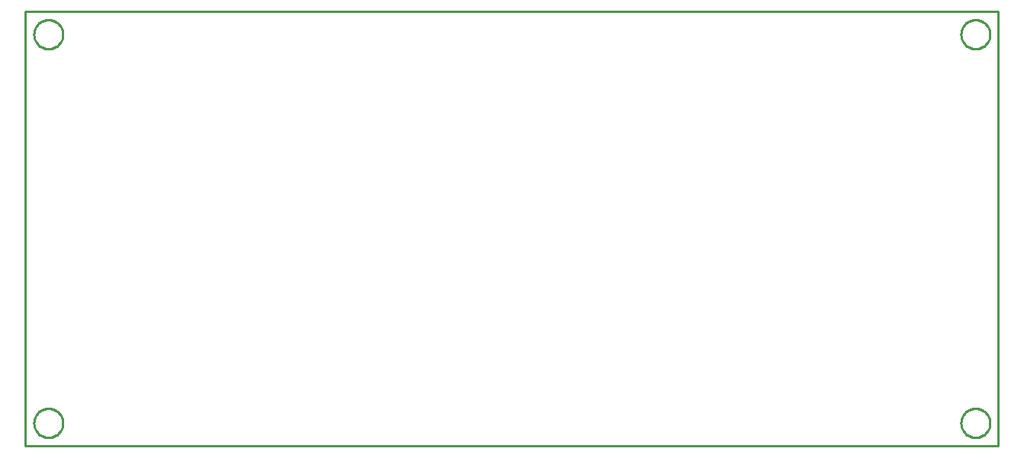
<source format=gko>
G04 EAGLE Gerber RS-274X export*
G75*
%MOMM*%
%FSLAX34Y34*%
%LPD*%
%INBoard Outline*%
%IPPOS*%
%AMOC8*
5,1,8,0,0,1.08239X$1,22.5*%
G01*
%ADD10C,0.000000*%
%ADD11C,0.254000*%


D10*
X0Y0D02*
X1079500Y0D01*
X1079500Y482600D01*
X0Y482600D01*
X0Y0D01*
X9334Y25400D02*
X9339Y25794D01*
X9353Y26188D01*
X9378Y26582D01*
X9411Y26975D01*
X9455Y27367D01*
X9508Y27757D01*
X9571Y28147D01*
X9643Y28534D01*
X9724Y28920D01*
X9815Y29304D01*
X9916Y29685D01*
X10026Y30064D01*
X10145Y30440D01*
X10273Y30812D01*
X10411Y31182D01*
X10557Y31548D01*
X10712Y31911D01*
X10877Y32269D01*
X11049Y32623D01*
X11231Y32973D01*
X11421Y33319D01*
X11620Y33660D01*
X11827Y33995D01*
X12042Y34326D01*
X12265Y34651D01*
X12496Y34971D01*
X12734Y35284D01*
X12981Y35592D01*
X13235Y35894D01*
X13496Y36189D01*
X13764Y36478D01*
X14040Y36760D01*
X14322Y37036D01*
X14611Y37304D01*
X14906Y37565D01*
X15208Y37819D01*
X15516Y38066D01*
X15829Y38304D01*
X16149Y38535D01*
X16474Y38758D01*
X16805Y38973D01*
X17140Y39180D01*
X17481Y39379D01*
X17827Y39569D01*
X18177Y39751D01*
X18531Y39923D01*
X18889Y40088D01*
X19252Y40243D01*
X19618Y40389D01*
X19988Y40527D01*
X20360Y40655D01*
X20736Y40774D01*
X21115Y40884D01*
X21496Y40985D01*
X21880Y41076D01*
X22266Y41157D01*
X22653Y41229D01*
X23043Y41292D01*
X23433Y41345D01*
X23825Y41389D01*
X24218Y41422D01*
X24612Y41447D01*
X25006Y41461D01*
X25400Y41466D01*
X25794Y41461D01*
X26188Y41447D01*
X26582Y41422D01*
X26975Y41389D01*
X27367Y41345D01*
X27757Y41292D01*
X28147Y41229D01*
X28534Y41157D01*
X28920Y41076D01*
X29304Y40985D01*
X29685Y40884D01*
X30064Y40774D01*
X30440Y40655D01*
X30812Y40527D01*
X31182Y40389D01*
X31548Y40243D01*
X31911Y40088D01*
X32269Y39923D01*
X32623Y39751D01*
X32973Y39569D01*
X33319Y39379D01*
X33660Y39180D01*
X33995Y38973D01*
X34326Y38758D01*
X34651Y38535D01*
X34971Y38304D01*
X35284Y38066D01*
X35592Y37819D01*
X35894Y37565D01*
X36189Y37304D01*
X36478Y37036D01*
X36760Y36760D01*
X37036Y36478D01*
X37304Y36189D01*
X37565Y35894D01*
X37819Y35592D01*
X38066Y35284D01*
X38304Y34971D01*
X38535Y34651D01*
X38758Y34326D01*
X38973Y33995D01*
X39180Y33660D01*
X39379Y33319D01*
X39569Y32973D01*
X39751Y32623D01*
X39923Y32269D01*
X40088Y31911D01*
X40243Y31548D01*
X40389Y31182D01*
X40527Y30812D01*
X40655Y30440D01*
X40774Y30064D01*
X40884Y29685D01*
X40985Y29304D01*
X41076Y28920D01*
X41157Y28534D01*
X41229Y28147D01*
X41292Y27757D01*
X41345Y27367D01*
X41389Y26975D01*
X41422Y26582D01*
X41447Y26188D01*
X41461Y25794D01*
X41466Y25400D01*
X41461Y25006D01*
X41447Y24612D01*
X41422Y24218D01*
X41389Y23825D01*
X41345Y23433D01*
X41292Y23043D01*
X41229Y22653D01*
X41157Y22266D01*
X41076Y21880D01*
X40985Y21496D01*
X40884Y21115D01*
X40774Y20736D01*
X40655Y20360D01*
X40527Y19988D01*
X40389Y19618D01*
X40243Y19252D01*
X40088Y18889D01*
X39923Y18531D01*
X39751Y18177D01*
X39569Y17827D01*
X39379Y17481D01*
X39180Y17140D01*
X38973Y16805D01*
X38758Y16474D01*
X38535Y16149D01*
X38304Y15829D01*
X38066Y15516D01*
X37819Y15208D01*
X37565Y14906D01*
X37304Y14611D01*
X37036Y14322D01*
X36760Y14040D01*
X36478Y13764D01*
X36189Y13496D01*
X35894Y13235D01*
X35592Y12981D01*
X35284Y12734D01*
X34971Y12496D01*
X34651Y12265D01*
X34326Y12042D01*
X33995Y11827D01*
X33660Y11620D01*
X33319Y11421D01*
X32973Y11231D01*
X32623Y11049D01*
X32269Y10877D01*
X31911Y10712D01*
X31548Y10557D01*
X31182Y10411D01*
X30812Y10273D01*
X30440Y10145D01*
X30064Y10026D01*
X29685Y9916D01*
X29304Y9815D01*
X28920Y9724D01*
X28534Y9643D01*
X28147Y9571D01*
X27757Y9508D01*
X27367Y9455D01*
X26975Y9411D01*
X26582Y9378D01*
X26188Y9353D01*
X25794Y9339D01*
X25400Y9334D01*
X25006Y9339D01*
X24612Y9353D01*
X24218Y9378D01*
X23825Y9411D01*
X23433Y9455D01*
X23043Y9508D01*
X22653Y9571D01*
X22266Y9643D01*
X21880Y9724D01*
X21496Y9815D01*
X21115Y9916D01*
X20736Y10026D01*
X20360Y10145D01*
X19988Y10273D01*
X19618Y10411D01*
X19252Y10557D01*
X18889Y10712D01*
X18531Y10877D01*
X18177Y11049D01*
X17827Y11231D01*
X17481Y11421D01*
X17140Y11620D01*
X16805Y11827D01*
X16474Y12042D01*
X16149Y12265D01*
X15829Y12496D01*
X15516Y12734D01*
X15208Y12981D01*
X14906Y13235D01*
X14611Y13496D01*
X14322Y13764D01*
X14040Y14040D01*
X13764Y14322D01*
X13496Y14611D01*
X13235Y14906D01*
X12981Y15208D01*
X12734Y15516D01*
X12496Y15829D01*
X12265Y16149D01*
X12042Y16474D01*
X11827Y16805D01*
X11620Y17140D01*
X11421Y17481D01*
X11231Y17827D01*
X11049Y18177D01*
X10877Y18531D01*
X10712Y18889D01*
X10557Y19252D01*
X10411Y19618D01*
X10273Y19988D01*
X10145Y20360D01*
X10026Y20736D01*
X9916Y21115D01*
X9815Y21496D01*
X9724Y21880D01*
X9643Y22266D01*
X9571Y22653D01*
X9508Y23043D01*
X9455Y23433D01*
X9411Y23825D01*
X9378Y24218D01*
X9353Y24612D01*
X9339Y25006D01*
X9334Y25400D01*
X9334Y457200D02*
X9339Y457594D01*
X9353Y457988D01*
X9378Y458382D01*
X9411Y458775D01*
X9455Y459167D01*
X9508Y459557D01*
X9571Y459947D01*
X9643Y460334D01*
X9724Y460720D01*
X9815Y461104D01*
X9916Y461485D01*
X10026Y461864D01*
X10145Y462240D01*
X10273Y462612D01*
X10411Y462982D01*
X10557Y463348D01*
X10712Y463711D01*
X10877Y464069D01*
X11049Y464423D01*
X11231Y464773D01*
X11421Y465119D01*
X11620Y465460D01*
X11827Y465795D01*
X12042Y466126D01*
X12265Y466451D01*
X12496Y466771D01*
X12734Y467084D01*
X12981Y467392D01*
X13235Y467694D01*
X13496Y467989D01*
X13764Y468278D01*
X14040Y468560D01*
X14322Y468836D01*
X14611Y469104D01*
X14906Y469365D01*
X15208Y469619D01*
X15516Y469866D01*
X15829Y470104D01*
X16149Y470335D01*
X16474Y470558D01*
X16805Y470773D01*
X17140Y470980D01*
X17481Y471179D01*
X17827Y471369D01*
X18177Y471551D01*
X18531Y471723D01*
X18889Y471888D01*
X19252Y472043D01*
X19618Y472189D01*
X19988Y472327D01*
X20360Y472455D01*
X20736Y472574D01*
X21115Y472684D01*
X21496Y472785D01*
X21880Y472876D01*
X22266Y472957D01*
X22653Y473029D01*
X23043Y473092D01*
X23433Y473145D01*
X23825Y473189D01*
X24218Y473222D01*
X24612Y473247D01*
X25006Y473261D01*
X25400Y473266D01*
X25794Y473261D01*
X26188Y473247D01*
X26582Y473222D01*
X26975Y473189D01*
X27367Y473145D01*
X27757Y473092D01*
X28147Y473029D01*
X28534Y472957D01*
X28920Y472876D01*
X29304Y472785D01*
X29685Y472684D01*
X30064Y472574D01*
X30440Y472455D01*
X30812Y472327D01*
X31182Y472189D01*
X31548Y472043D01*
X31911Y471888D01*
X32269Y471723D01*
X32623Y471551D01*
X32973Y471369D01*
X33319Y471179D01*
X33660Y470980D01*
X33995Y470773D01*
X34326Y470558D01*
X34651Y470335D01*
X34971Y470104D01*
X35284Y469866D01*
X35592Y469619D01*
X35894Y469365D01*
X36189Y469104D01*
X36478Y468836D01*
X36760Y468560D01*
X37036Y468278D01*
X37304Y467989D01*
X37565Y467694D01*
X37819Y467392D01*
X38066Y467084D01*
X38304Y466771D01*
X38535Y466451D01*
X38758Y466126D01*
X38973Y465795D01*
X39180Y465460D01*
X39379Y465119D01*
X39569Y464773D01*
X39751Y464423D01*
X39923Y464069D01*
X40088Y463711D01*
X40243Y463348D01*
X40389Y462982D01*
X40527Y462612D01*
X40655Y462240D01*
X40774Y461864D01*
X40884Y461485D01*
X40985Y461104D01*
X41076Y460720D01*
X41157Y460334D01*
X41229Y459947D01*
X41292Y459557D01*
X41345Y459167D01*
X41389Y458775D01*
X41422Y458382D01*
X41447Y457988D01*
X41461Y457594D01*
X41466Y457200D01*
X41461Y456806D01*
X41447Y456412D01*
X41422Y456018D01*
X41389Y455625D01*
X41345Y455233D01*
X41292Y454843D01*
X41229Y454453D01*
X41157Y454066D01*
X41076Y453680D01*
X40985Y453296D01*
X40884Y452915D01*
X40774Y452536D01*
X40655Y452160D01*
X40527Y451788D01*
X40389Y451418D01*
X40243Y451052D01*
X40088Y450689D01*
X39923Y450331D01*
X39751Y449977D01*
X39569Y449627D01*
X39379Y449281D01*
X39180Y448940D01*
X38973Y448605D01*
X38758Y448274D01*
X38535Y447949D01*
X38304Y447629D01*
X38066Y447316D01*
X37819Y447008D01*
X37565Y446706D01*
X37304Y446411D01*
X37036Y446122D01*
X36760Y445840D01*
X36478Y445564D01*
X36189Y445296D01*
X35894Y445035D01*
X35592Y444781D01*
X35284Y444534D01*
X34971Y444296D01*
X34651Y444065D01*
X34326Y443842D01*
X33995Y443627D01*
X33660Y443420D01*
X33319Y443221D01*
X32973Y443031D01*
X32623Y442849D01*
X32269Y442677D01*
X31911Y442512D01*
X31548Y442357D01*
X31182Y442211D01*
X30812Y442073D01*
X30440Y441945D01*
X30064Y441826D01*
X29685Y441716D01*
X29304Y441615D01*
X28920Y441524D01*
X28534Y441443D01*
X28147Y441371D01*
X27757Y441308D01*
X27367Y441255D01*
X26975Y441211D01*
X26582Y441178D01*
X26188Y441153D01*
X25794Y441139D01*
X25400Y441134D01*
X25006Y441139D01*
X24612Y441153D01*
X24218Y441178D01*
X23825Y441211D01*
X23433Y441255D01*
X23043Y441308D01*
X22653Y441371D01*
X22266Y441443D01*
X21880Y441524D01*
X21496Y441615D01*
X21115Y441716D01*
X20736Y441826D01*
X20360Y441945D01*
X19988Y442073D01*
X19618Y442211D01*
X19252Y442357D01*
X18889Y442512D01*
X18531Y442677D01*
X18177Y442849D01*
X17827Y443031D01*
X17481Y443221D01*
X17140Y443420D01*
X16805Y443627D01*
X16474Y443842D01*
X16149Y444065D01*
X15829Y444296D01*
X15516Y444534D01*
X15208Y444781D01*
X14906Y445035D01*
X14611Y445296D01*
X14322Y445564D01*
X14040Y445840D01*
X13764Y446122D01*
X13496Y446411D01*
X13235Y446706D01*
X12981Y447008D01*
X12734Y447316D01*
X12496Y447629D01*
X12265Y447949D01*
X12042Y448274D01*
X11827Y448605D01*
X11620Y448940D01*
X11421Y449281D01*
X11231Y449627D01*
X11049Y449977D01*
X10877Y450331D01*
X10712Y450689D01*
X10557Y451052D01*
X10411Y451418D01*
X10273Y451788D01*
X10145Y452160D01*
X10026Y452536D01*
X9916Y452915D01*
X9815Y453296D01*
X9724Y453680D01*
X9643Y454066D01*
X9571Y454453D01*
X9508Y454843D01*
X9455Y455233D01*
X9411Y455625D01*
X9378Y456018D01*
X9353Y456412D01*
X9339Y456806D01*
X9334Y457200D01*
X1038034Y457200D02*
X1038039Y457594D01*
X1038053Y457988D01*
X1038078Y458382D01*
X1038111Y458775D01*
X1038155Y459167D01*
X1038208Y459557D01*
X1038271Y459947D01*
X1038343Y460334D01*
X1038424Y460720D01*
X1038515Y461104D01*
X1038616Y461485D01*
X1038726Y461864D01*
X1038845Y462240D01*
X1038973Y462612D01*
X1039111Y462982D01*
X1039257Y463348D01*
X1039412Y463711D01*
X1039577Y464069D01*
X1039749Y464423D01*
X1039931Y464773D01*
X1040121Y465119D01*
X1040320Y465460D01*
X1040527Y465795D01*
X1040742Y466126D01*
X1040965Y466451D01*
X1041196Y466771D01*
X1041434Y467084D01*
X1041681Y467392D01*
X1041935Y467694D01*
X1042196Y467989D01*
X1042464Y468278D01*
X1042740Y468560D01*
X1043022Y468836D01*
X1043311Y469104D01*
X1043606Y469365D01*
X1043908Y469619D01*
X1044216Y469866D01*
X1044529Y470104D01*
X1044849Y470335D01*
X1045174Y470558D01*
X1045505Y470773D01*
X1045840Y470980D01*
X1046181Y471179D01*
X1046527Y471369D01*
X1046877Y471551D01*
X1047231Y471723D01*
X1047589Y471888D01*
X1047952Y472043D01*
X1048318Y472189D01*
X1048688Y472327D01*
X1049060Y472455D01*
X1049436Y472574D01*
X1049815Y472684D01*
X1050196Y472785D01*
X1050580Y472876D01*
X1050966Y472957D01*
X1051353Y473029D01*
X1051743Y473092D01*
X1052133Y473145D01*
X1052525Y473189D01*
X1052918Y473222D01*
X1053312Y473247D01*
X1053706Y473261D01*
X1054100Y473266D01*
X1054494Y473261D01*
X1054888Y473247D01*
X1055282Y473222D01*
X1055675Y473189D01*
X1056067Y473145D01*
X1056457Y473092D01*
X1056847Y473029D01*
X1057234Y472957D01*
X1057620Y472876D01*
X1058004Y472785D01*
X1058385Y472684D01*
X1058764Y472574D01*
X1059140Y472455D01*
X1059512Y472327D01*
X1059882Y472189D01*
X1060248Y472043D01*
X1060611Y471888D01*
X1060969Y471723D01*
X1061323Y471551D01*
X1061673Y471369D01*
X1062019Y471179D01*
X1062360Y470980D01*
X1062695Y470773D01*
X1063026Y470558D01*
X1063351Y470335D01*
X1063671Y470104D01*
X1063984Y469866D01*
X1064292Y469619D01*
X1064594Y469365D01*
X1064889Y469104D01*
X1065178Y468836D01*
X1065460Y468560D01*
X1065736Y468278D01*
X1066004Y467989D01*
X1066265Y467694D01*
X1066519Y467392D01*
X1066766Y467084D01*
X1067004Y466771D01*
X1067235Y466451D01*
X1067458Y466126D01*
X1067673Y465795D01*
X1067880Y465460D01*
X1068079Y465119D01*
X1068269Y464773D01*
X1068451Y464423D01*
X1068623Y464069D01*
X1068788Y463711D01*
X1068943Y463348D01*
X1069089Y462982D01*
X1069227Y462612D01*
X1069355Y462240D01*
X1069474Y461864D01*
X1069584Y461485D01*
X1069685Y461104D01*
X1069776Y460720D01*
X1069857Y460334D01*
X1069929Y459947D01*
X1069992Y459557D01*
X1070045Y459167D01*
X1070089Y458775D01*
X1070122Y458382D01*
X1070147Y457988D01*
X1070161Y457594D01*
X1070166Y457200D01*
X1070161Y456806D01*
X1070147Y456412D01*
X1070122Y456018D01*
X1070089Y455625D01*
X1070045Y455233D01*
X1069992Y454843D01*
X1069929Y454453D01*
X1069857Y454066D01*
X1069776Y453680D01*
X1069685Y453296D01*
X1069584Y452915D01*
X1069474Y452536D01*
X1069355Y452160D01*
X1069227Y451788D01*
X1069089Y451418D01*
X1068943Y451052D01*
X1068788Y450689D01*
X1068623Y450331D01*
X1068451Y449977D01*
X1068269Y449627D01*
X1068079Y449281D01*
X1067880Y448940D01*
X1067673Y448605D01*
X1067458Y448274D01*
X1067235Y447949D01*
X1067004Y447629D01*
X1066766Y447316D01*
X1066519Y447008D01*
X1066265Y446706D01*
X1066004Y446411D01*
X1065736Y446122D01*
X1065460Y445840D01*
X1065178Y445564D01*
X1064889Y445296D01*
X1064594Y445035D01*
X1064292Y444781D01*
X1063984Y444534D01*
X1063671Y444296D01*
X1063351Y444065D01*
X1063026Y443842D01*
X1062695Y443627D01*
X1062360Y443420D01*
X1062019Y443221D01*
X1061673Y443031D01*
X1061323Y442849D01*
X1060969Y442677D01*
X1060611Y442512D01*
X1060248Y442357D01*
X1059882Y442211D01*
X1059512Y442073D01*
X1059140Y441945D01*
X1058764Y441826D01*
X1058385Y441716D01*
X1058004Y441615D01*
X1057620Y441524D01*
X1057234Y441443D01*
X1056847Y441371D01*
X1056457Y441308D01*
X1056067Y441255D01*
X1055675Y441211D01*
X1055282Y441178D01*
X1054888Y441153D01*
X1054494Y441139D01*
X1054100Y441134D01*
X1053706Y441139D01*
X1053312Y441153D01*
X1052918Y441178D01*
X1052525Y441211D01*
X1052133Y441255D01*
X1051743Y441308D01*
X1051353Y441371D01*
X1050966Y441443D01*
X1050580Y441524D01*
X1050196Y441615D01*
X1049815Y441716D01*
X1049436Y441826D01*
X1049060Y441945D01*
X1048688Y442073D01*
X1048318Y442211D01*
X1047952Y442357D01*
X1047589Y442512D01*
X1047231Y442677D01*
X1046877Y442849D01*
X1046527Y443031D01*
X1046181Y443221D01*
X1045840Y443420D01*
X1045505Y443627D01*
X1045174Y443842D01*
X1044849Y444065D01*
X1044529Y444296D01*
X1044216Y444534D01*
X1043908Y444781D01*
X1043606Y445035D01*
X1043311Y445296D01*
X1043022Y445564D01*
X1042740Y445840D01*
X1042464Y446122D01*
X1042196Y446411D01*
X1041935Y446706D01*
X1041681Y447008D01*
X1041434Y447316D01*
X1041196Y447629D01*
X1040965Y447949D01*
X1040742Y448274D01*
X1040527Y448605D01*
X1040320Y448940D01*
X1040121Y449281D01*
X1039931Y449627D01*
X1039749Y449977D01*
X1039577Y450331D01*
X1039412Y450689D01*
X1039257Y451052D01*
X1039111Y451418D01*
X1038973Y451788D01*
X1038845Y452160D01*
X1038726Y452536D01*
X1038616Y452915D01*
X1038515Y453296D01*
X1038424Y453680D01*
X1038343Y454066D01*
X1038271Y454453D01*
X1038208Y454843D01*
X1038155Y455233D01*
X1038111Y455625D01*
X1038078Y456018D01*
X1038053Y456412D01*
X1038039Y456806D01*
X1038034Y457200D01*
X1038034Y25400D02*
X1038039Y25794D01*
X1038053Y26188D01*
X1038078Y26582D01*
X1038111Y26975D01*
X1038155Y27367D01*
X1038208Y27757D01*
X1038271Y28147D01*
X1038343Y28534D01*
X1038424Y28920D01*
X1038515Y29304D01*
X1038616Y29685D01*
X1038726Y30064D01*
X1038845Y30440D01*
X1038973Y30812D01*
X1039111Y31182D01*
X1039257Y31548D01*
X1039412Y31911D01*
X1039577Y32269D01*
X1039749Y32623D01*
X1039931Y32973D01*
X1040121Y33319D01*
X1040320Y33660D01*
X1040527Y33995D01*
X1040742Y34326D01*
X1040965Y34651D01*
X1041196Y34971D01*
X1041434Y35284D01*
X1041681Y35592D01*
X1041935Y35894D01*
X1042196Y36189D01*
X1042464Y36478D01*
X1042740Y36760D01*
X1043022Y37036D01*
X1043311Y37304D01*
X1043606Y37565D01*
X1043908Y37819D01*
X1044216Y38066D01*
X1044529Y38304D01*
X1044849Y38535D01*
X1045174Y38758D01*
X1045505Y38973D01*
X1045840Y39180D01*
X1046181Y39379D01*
X1046527Y39569D01*
X1046877Y39751D01*
X1047231Y39923D01*
X1047589Y40088D01*
X1047952Y40243D01*
X1048318Y40389D01*
X1048688Y40527D01*
X1049060Y40655D01*
X1049436Y40774D01*
X1049815Y40884D01*
X1050196Y40985D01*
X1050580Y41076D01*
X1050966Y41157D01*
X1051353Y41229D01*
X1051743Y41292D01*
X1052133Y41345D01*
X1052525Y41389D01*
X1052918Y41422D01*
X1053312Y41447D01*
X1053706Y41461D01*
X1054100Y41466D01*
X1054494Y41461D01*
X1054888Y41447D01*
X1055282Y41422D01*
X1055675Y41389D01*
X1056067Y41345D01*
X1056457Y41292D01*
X1056847Y41229D01*
X1057234Y41157D01*
X1057620Y41076D01*
X1058004Y40985D01*
X1058385Y40884D01*
X1058764Y40774D01*
X1059140Y40655D01*
X1059512Y40527D01*
X1059882Y40389D01*
X1060248Y40243D01*
X1060611Y40088D01*
X1060969Y39923D01*
X1061323Y39751D01*
X1061673Y39569D01*
X1062019Y39379D01*
X1062360Y39180D01*
X1062695Y38973D01*
X1063026Y38758D01*
X1063351Y38535D01*
X1063671Y38304D01*
X1063984Y38066D01*
X1064292Y37819D01*
X1064594Y37565D01*
X1064889Y37304D01*
X1065178Y37036D01*
X1065460Y36760D01*
X1065736Y36478D01*
X1066004Y36189D01*
X1066265Y35894D01*
X1066519Y35592D01*
X1066766Y35284D01*
X1067004Y34971D01*
X1067235Y34651D01*
X1067458Y34326D01*
X1067673Y33995D01*
X1067880Y33660D01*
X1068079Y33319D01*
X1068269Y32973D01*
X1068451Y32623D01*
X1068623Y32269D01*
X1068788Y31911D01*
X1068943Y31548D01*
X1069089Y31182D01*
X1069227Y30812D01*
X1069355Y30440D01*
X1069474Y30064D01*
X1069584Y29685D01*
X1069685Y29304D01*
X1069776Y28920D01*
X1069857Y28534D01*
X1069929Y28147D01*
X1069992Y27757D01*
X1070045Y27367D01*
X1070089Y26975D01*
X1070122Y26582D01*
X1070147Y26188D01*
X1070161Y25794D01*
X1070166Y25400D01*
X1070161Y25006D01*
X1070147Y24612D01*
X1070122Y24218D01*
X1070089Y23825D01*
X1070045Y23433D01*
X1069992Y23043D01*
X1069929Y22653D01*
X1069857Y22266D01*
X1069776Y21880D01*
X1069685Y21496D01*
X1069584Y21115D01*
X1069474Y20736D01*
X1069355Y20360D01*
X1069227Y19988D01*
X1069089Y19618D01*
X1068943Y19252D01*
X1068788Y18889D01*
X1068623Y18531D01*
X1068451Y18177D01*
X1068269Y17827D01*
X1068079Y17481D01*
X1067880Y17140D01*
X1067673Y16805D01*
X1067458Y16474D01*
X1067235Y16149D01*
X1067004Y15829D01*
X1066766Y15516D01*
X1066519Y15208D01*
X1066265Y14906D01*
X1066004Y14611D01*
X1065736Y14322D01*
X1065460Y14040D01*
X1065178Y13764D01*
X1064889Y13496D01*
X1064594Y13235D01*
X1064292Y12981D01*
X1063984Y12734D01*
X1063671Y12496D01*
X1063351Y12265D01*
X1063026Y12042D01*
X1062695Y11827D01*
X1062360Y11620D01*
X1062019Y11421D01*
X1061673Y11231D01*
X1061323Y11049D01*
X1060969Y10877D01*
X1060611Y10712D01*
X1060248Y10557D01*
X1059882Y10411D01*
X1059512Y10273D01*
X1059140Y10145D01*
X1058764Y10026D01*
X1058385Y9916D01*
X1058004Y9815D01*
X1057620Y9724D01*
X1057234Y9643D01*
X1056847Y9571D01*
X1056457Y9508D01*
X1056067Y9455D01*
X1055675Y9411D01*
X1055282Y9378D01*
X1054888Y9353D01*
X1054494Y9339D01*
X1054100Y9334D01*
X1053706Y9339D01*
X1053312Y9353D01*
X1052918Y9378D01*
X1052525Y9411D01*
X1052133Y9455D01*
X1051743Y9508D01*
X1051353Y9571D01*
X1050966Y9643D01*
X1050580Y9724D01*
X1050196Y9815D01*
X1049815Y9916D01*
X1049436Y10026D01*
X1049060Y10145D01*
X1048688Y10273D01*
X1048318Y10411D01*
X1047952Y10557D01*
X1047589Y10712D01*
X1047231Y10877D01*
X1046877Y11049D01*
X1046527Y11231D01*
X1046181Y11421D01*
X1045840Y11620D01*
X1045505Y11827D01*
X1045174Y12042D01*
X1044849Y12265D01*
X1044529Y12496D01*
X1044216Y12734D01*
X1043908Y12981D01*
X1043606Y13235D01*
X1043311Y13496D01*
X1043022Y13764D01*
X1042740Y14040D01*
X1042464Y14322D01*
X1042196Y14611D01*
X1041935Y14906D01*
X1041681Y15208D01*
X1041434Y15516D01*
X1041196Y15829D01*
X1040965Y16149D01*
X1040742Y16474D01*
X1040527Y16805D01*
X1040320Y17140D01*
X1040121Y17481D01*
X1039931Y17827D01*
X1039749Y18177D01*
X1039577Y18531D01*
X1039412Y18889D01*
X1039257Y19252D01*
X1039111Y19618D01*
X1038973Y19988D01*
X1038845Y20360D01*
X1038726Y20736D01*
X1038616Y21115D01*
X1038515Y21496D01*
X1038424Y21880D01*
X1038343Y22266D01*
X1038271Y22653D01*
X1038208Y23043D01*
X1038155Y23433D01*
X1038111Y23825D01*
X1038078Y24218D01*
X1038053Y24612D01*
X1038039Y25006D01*
X1038034Y25400D01*
D11*
X0Y0D02*
X1079500Y0D01*
X1079500Y482600D01*
X0Y482600D01*
X0Y0D01*
X41466Y24874D02*
X41397Y23824D01*
X41259Y22782D01*
X41054Y21750D01*
X40782Y20734D01*
X40444Y19738D01*
X40041Y18766D01*
X39576Y17823D01*
X39050Y16912D01*
X38466Y16037D01*
X37825Y15203D01*
X37132Y14412D01*
X36388Y13668D01*
X35597Y12975D01*
X34763Y12334D01*
X33888Y11750D01*
X32977Y11224D01*
X32034Y10759D01*
X31062Y10356D01*
X30066Y10018D01*
X29050Y9746D01*
X28018Y9541D01*
X26976Y9403D01*
X25926Y9335D01*
X24874Y9335D01*
X23824Y9403D01*
X22782Y9541D01*
X21750Y9746D01*
X20734Y10018D01*
X19738Y10356D01*
X18766Y10759D01*
X17823Y11224D01*
X16912Y11750D01*
X16037Y12334D01*
X15203Y12975D01*
X14412Y13668D01*
X13668Y14412D01*
X12975Y15203D01*
X12334Y16037D01*
X11750Y16912D01*
X11224Y17823D01*
X10759Y18766D01*
X10356Y19738D01*
X10018Y20734D01*
X9746Y21750D01*
X9541Y22782D01*
X9403Y23824D01*
X9335Y24874D01*
X9335Y25926D01*
X9403Y26976D01*
X9541Y28018D01*
X9746Y29050D01*
X10018Y30066D01*
X10356Y31062D01*
X10759Y32034D01*
X11224Y32977D01*
X11750Y33888D01*
X12334Y34763D01*
X12975Y35597D01*
X13668Y36388D01*
X14412Y37132D01*
X15203Y37825D01*
X16037Y38466D01*
X16912Y39050D01*
X17823Y39576D01*
X18766Y40041D01*
X19738Y40444D01*
X20734Y40782D01*
X21750Y41054D01*
X22782Y41259D01*
X23824Y41397D01*
X24874Y41466D01*
X25926Y41466D01*
X26976Y41397D01*
X28018Y41259D01*
X29050Y41054D01*
X30066Y40782D01*
X31062Y40444D01*
X32034Y40041D01*
X32977Y39576D01*
X33888Y39050D01*
X34763Y38466D01*
X35597Y37825D01*
X36388Y37132D01*
X37132Y36388D01*
X37825Y35597D01*
X38466Y34763D01*
X39050Y33888D01*
X39576Y32977D01*
X40041Y32034D01*
X40444Y31062D01*
X40782Y30066D01*
X41054Y29050D01*
X41259Y28018D01*
X41397Y26976D01*
X41466Y25926D01*
X41466Y24874D01*
X41466Y456674D02*
X41397Y455624D01*
X41259Y454582D01*
X41054Y453550D01*
X40782Y452534D01*
X40444Y451538D01*
X40041Y450566D01*
X39576Y449623D01*
X39050Y448712D01*
X38466Y447837D01*
X37825Y447003D01*
X37132Y446212D01*
X36388Y445468D01*
X35597Y444775D01*
X34763Y444134D01*
X33888Y443550D01*
X32977Y443024D01*
X32034Y442559D01*
X31062Y442156D01*
X30066Y441818D01*
X29050Y441546D01*
X28018Y441341D01*
X26976Y441203D01*
X25926Y441135D01*
X24874Y441135D01*
X23824Y441203D01*
X22782Y441341D01*
X21750Y441546D01*
X20734Y441818D01*
X19738Y442156D01*
X18766Y442559D01*
X17823Y443024D01*
X16912Y443550D01*
X16037Y444134D01*
X15203Y444775D01*
X14412Y445468D01*
X13668Y446212D01*
X12975Y447003D01*
X12334Y447837D01*
X11750Y448712D01*
X11224Y449623D01*
X10759Y450566D01*
X10356Y451538D01*
X10018Y452534D01*
X9746Y453550D01*
X9541Y454582D01*
X9403Y455624D01*
X9335Y456674D01*
X9335Y457726D01*
X9403Y458776D01*
X9541Y459818D01*
X9746Y460850D01*
X10018Y461866D01*
X10356Y462862D01*
X10759Y463834D01*
X11224Y464777D01*
X11750Y465688D01*
X12334Y466563D01*
X12975Y467397D01*
X13668Y468188D01*
X14412Y468932D01*
X15203Y469625D01*
X16037Y470266D01*
X16912Y470850D01*
X17823Y471376D01*
X18766Y471841D01*
X19738Y472244D01*
X20734Y472582D01*
X21750Y472854D01*
X22782Y473059D01*
X23824Y473197D01*
X24874Y473266D01*
X25926Y473266D01*
X26976Y473197D01*
X28018Y473059D01*
X29050Y472854D01*
X30066Y472582D01*
X31062Y472244D01*
X32034Y471841D01*
X32977Y471376D01*
X33888Y470850D01*
X34763Y470266D01*
X35597Y469625D01*
X36388Y468932D01*
X37132Y468188D01*
X37825Y467397D01*
X38466Y466563D01*
X39050Y465688D01*
X39576Y464777D01*
X40041Y463834D01*
X40444Y462862D01*
X40782Y461866D01*
X41054Y460850D01*
X41259Y459818D01*
X41397Y458776D01*
X41466Y457726D01*
X41466Y456674D01*
X1070166Y456674D02*
X1070097Y455624D01*
X1069959Y454582D01*
X1069754Y453550D01*
X1069482Y452534D01*
X1069144Y451538D01*
X1068741Y450566D01*
X1068276Y449623D01*
X1067750Y448712D01*
X1067166Y447837D01*
X1066525Y447003D01*
X1065832Y446212D01*
X1065088Y445468D01*
X1064297Y444775D01*
X1063463Y444134D01*
X1062588Y443550D01*
X1061677Y443024D01*
X1060734Y442559D01*
X1059762Y442156D01*
X1058766Y441818D01*
X1057750Y441546D01*
X1056718Y441341D01*
X1055676Y441203D01*
X1054626Y441135D01*
X1053574Y441135D01*
X1052524Y441203D01*
X1051482Y441341D01*
X1050450Y441546D01*
X1049434Y441818D01*
X1048438Y442156D01*
X1047466Y442559D01*
X1046523Y443024D01*
X1045612Y443550D01*
X1044737Y444134D01*
X1043903Y444775D01*
X1043112Y445468D01*
X1042368Y446212D01*
X1041675Y447003D01*
X1041034Y447837D01*
X1040450Y448712D01*
X1039924Y449623D01*
X1039459Y450566D01*
X1039056Y451538D01*
X1038718Y452534D01*
X1038446Y453550D01*
X1038241Y454582D01*
X1038103Y455624D01*
X1038035Y456674D01*
X1038035Y457726D01*
X1038103Y458776D01*
X1038241Y459818D01*
X1038446Y460850D01*
X1038718Y461866D01*
X1039056Y462862D01*
X1039459Y463834D01*
X1039924Y464777D01*
X1040450Y465688D01*
X1041034Y466563D01*
X1041675Y467397D01*
X1042368Y468188D01*
X1043112Y468932D01*
X1043903Y469625D01*
X1044737Y470266D01*
X1045612Y470850D01*
X1046523Y471376D01*
X1047466Y471841D01*
X1048438Y472244D01*
X1049434Y472582D01*
X1050450Y472854D01*
X1051482Y473059D01*
X1052524Y473197D01*
X1053574Y473266D01*
X1054626Y473266D01*
X1055676Y473197D01*
X1056718Y473059D01*
X1057750Y472854D01*
X1058766Y472582D01*
X1059762Y472244D01*
X1060734Y471841D01*
X1061677Y471376D01*
X1062588Y470850D01*
X1063463Y470266D01*
X1064297Y469625D01*
X1065088Y468932D01*
X1065832Y468188D01*
X1066525Y467397D01*
X1067166Y466563D01*
X1067750Y465688D01*
X1068276Y464777D01*
X1068741Y463834D01*
X1069144Y462862D01*
X1069482Y461866D01*
X1069754Y460850D01*
X1069959Y459818D01*
X1070097Y458776D01*
X1070166Y457726D01*
X1070166Y456674D01*
X1070166Y24874D02*
X1070097Y23824D01*
X1069959Y22782D01*
X1069754Y21750D01*
X1069482Y20734D01*
X1069144Y19738D01*
X1068741Y18766D01*
X1068276Y17823D01*
X1067750Y16912D01*
X1067166Y16037D01*
X1066525Y15203D01*
X1065832Y14412D01*
X1065088Y13668D01*
X1064297Y12975D01*
X1063463Y12334D01*
X1062588Y11750D01*
X1061677Y11224D01*
X1060734Y10759D01*
X1059762Y10356D01*
X1058766Y10018D01*
X1057750Y9746D01*
X1056718Y9541D01*
X1055676Y9403D01*
X1054626Y9335D01*
X1053574Y9335D01*
X1052524Y9403D01*
X1051482Y9541D01*
X1050450Y9746D01*
X1049434Y10018D01*
X1048438Y10356D01*
X1047466Y10759D01*
X1046523Y11224D01*
X1045612Y11750D01*
X1044737Y12334D01*
X1043903Y12975D01*
X1043112Y13668D01*
X1042368Y14412D01*
X1041675Y15203D01*
X1041034Y16037D01*
X1040450Y16912D01*
X1039924Y17823D01*
X1039459Y18766D01*
X1039056Y19738D01*
X1038718Y20734D01*
X1038446Y21750D01*
X1038241Y22782D01*
X1038103Y23824D01*
X1038035Y24874D01*
X1038035Y25926D01*
X1038103Y26976D01*
X1038241Y28018D01*
X1038446Y29050D01*
X1038718Y30066D01*
X1039056Y31062D01*
X1039459Y32034D01*
X1039924Y32977D01*
X1040450Y33888D01*
X1041034Y34763D01*
X1041675Y35597D01*
X1042368Y36388D01*
X1043112Y37132D01*
X1043903Y37825D01*
X1044737Y38466D01*
X1045612Y39050D01*
X1046523Y39576D01*
X1047466Y40041D01*
X1048438Y40444D01*
X1049434Y40782D01*
X1050450Y41054D01*
X1051482Y41259D01*
X1052524Y41397D01*
X1053574Y41466D01*
X1054626Y41466D01*
X1055676Y41397D01*
X1056718Y41259D01*
X1057750Y41054D01*
X1058766Y40782D01*
X1059762Y40444D01*
X1060734Y40041D01*
X1061677Y39576D01*
X1062588Y39050D01*
X1063463Y38466D01*
X1064297Y37825D01*
X1065088Y37132D01*
X1065832Y36388D01*
X1066525Y35597D01*
X1067166Y34763D01*
X1067750Y33888D01*
X1068276Y32977D01*
X1068741Y32034D01*
X1069144Y31062D01*
X1069482Y30066D01*
X1069754Y29050D01*
X1069959Y28018D01*
X1070097Y26976D01*
X1070166Y25926D01*
X1070166Y24874D01*
M02*

</source>
